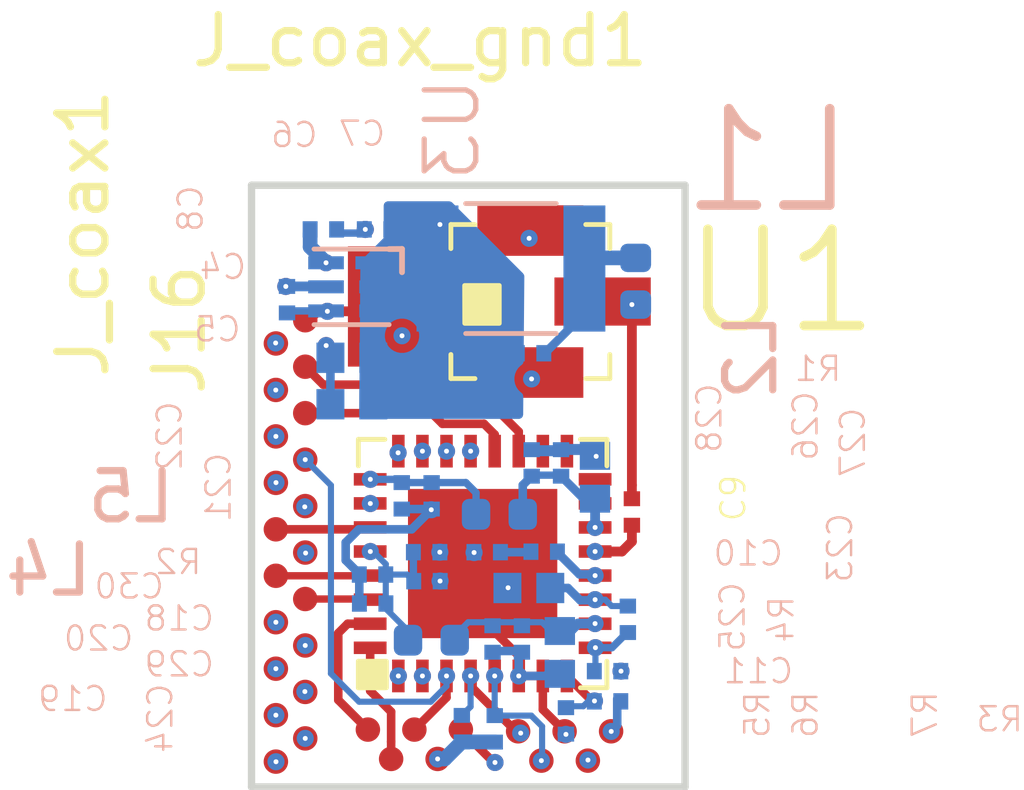
<source format=kicad_pcb>
(kicad_pcb (version 20171130) (host pcbnew "(5.1.0)-1")
  (layers (0 F.Cu jumper) (1 In1.Cu power) (2 In2.Cu signal) (3 In3.Cu signal) (4 In4.Cu power) (31 B.Cu jumper) (34 B.Paste user hide) (35 F.Paste user hide) (36 B.SilkS user) (37 F.SilkS user) (38 B.Mask user hide) (39 F.Mask user hide) (44 Edge.Cuts user))
  (net 0 "")
  (net 1 GND)
  (net 2 +5V)
  (net 3 +3V3)
  (net 4 VDDD)
  (net 5 "Net-(C9-Pad2)")
  (net 6 DOUT_P)
  (net 7 "Net-(C10-Pad1)")
  (net 8 "Net-(C10-Pad2)")
  (net 9 PDB)
  (net 10 VDDPLL)
  (net 11 VDDCML)
  (net 12 CLK_OUT)
  (net 13 FV)
  (net 14 LV)
  (net 15 I2C_SDA)
  (net 16 I2C_SCL)
  (net 17 "Net-(L1-Pad1)")
  (net 18 MODE)
  (net 19 DIN0)
  (net 20 DIN1)
  (net 21 DIN2)
  (net 22 DIN3)
  (net 23 DIN4)
  (net 24 DIN5)
  (net 25 DIN6)
  (net 26 DIN7)
  (net 27 DIN8)
  (net 28 DIN9)
  (net 29 DIN11)
  (net 30 DIN10)
  (module .Capacitor:C_0402_1005Metric_L (layer B.Cu) (at 116.30914 43.50258 180)
    (fp_text reference C4)
    (fp_text value GRM155R60J106ME15D)
    (fp_text user %R (at 2.67766 1.88722 180) (layer B.SilkS) (effects (font (size 0.5 0.5) (thickness 0.05)) (justify mirror)))
    (pad 2 smd rect (at 0.445 0 180) (size 0.58 0.63) (layers B.Cu B.Paste B.Mask) (net 1 GND))
    (pad 1 smd rect (at -0.445 0 180) (size 0.58 0.63) (layers B.Cu B.Paste B.Mask) (net 2 +5V))
  )
  (module .Capacitor:C_0402_1005Metric_L (layer B.Cu) (at 121.35612 45.98466 90)
    (fp_text reference C26)
    (fp_text value GRJ155R60J106ME11D)
    (fp_text user %R (at 1.06668 4.37022 90) (layer B.SilkS) (effects (font (size 0.5 0.5) (thickness 0.05)) (justify mirror)))
    (pad 2 smd rect (at 0.445 0 90) (size 0.58 0.63) (layers B.Cu B.Paste B.Mask) (net 1 GND))
    (pad 1 smd rect (at -0.445 0 90) (size 0.58 0.63) (layers B.Cu B.Paste B.Mask) (net 11 VDDCML))
  )
  (module .Connector:Conn_1x1_100x100_Pad (layer F.Cu) (at 117.47754 42.43578)
    (fp_text reference J_coax_gnd1 (at 0.2488 -5.5178) (layer F.SilkS))
    (fp_text value Conn_01x01)
    (pad 1 smd rect (at 0 0) (size 2.5 2.5) (layers F.Cu F.Paste F.Mask) (net 1 GND))
  )
  (module digikey-footprints:Coax_Conn_U.FL (layer F.Cu) (at 120.015 42.33418 90)
    (fp_text reference J_coax1 (at 1.4162 -9.28866 90) (layer F.SilkS))
    (fp_text value U_FL-R-SMT_10_)
    (fp_line (start 1.6 -1.65) (end 1.1 -1.65) (layer F.SilkS) (width 0.1))
    (fp_line (start 1.6 -1.65) (end 1.6 -1.15) (layer F.SilkS) (width 0.1))
    (fp_line (start -1.6 -1.65) (end -1.1 -1.65) (layer F.SilkS) (width 0.1))
    (fp_line (start -1.6 -1.65) (end -1.6 -1.15) (layer F.SilkS) (width 0.1))
    (fp_line (start -1.6 1.65) (end -1.6 1.15) (layer F.SilkS) (width 0.1))
    (fp_line (start -1.6 1.65) (end -1.1 1.65) (layer F.SilkS) (width 0.1))
    (fp_line (start 1.6 1.65) (end 1.1 1.65) (layer F.SilkS) (width 0.1))
    (fp_line (start 1.6 1.65) (end 1.6 1.15) (layer F.SilkS) (width 0.1))
    (pad 2 smd rect (at 0 1.5 90) (size 1 2) (layers F.Cu F.Paste F.Mask) (net 6 DOUT_P))
    (pad 1 smd rect (at -1.475 0 90) (size 1.05 2.2) (layers F.Cu F.Paste F.Mask) (net 1 GND))
    (pad 1 smd rect (at 1.475 0 90) (size 1.05 2.2) (layers F.Cu F.Paste F.Mask) (net 1 GND))
  )
  (module .Resistor:R_0201_0603Metric_ERJ_L (layer B.Cu) (at 121.61774 50.63998 180)
    (fp_text reference R3)
    (fp_text value ERJ-1GEF1002C)
    (fp_text user %R (at -8.14094 -0.37198 180) (layer B.SilkS) (effects (font (size 0.5 0.5) (thickness 0.05)) (justify mirror)))
    (pad 1 smd rect (at -0.275 0 180) (size 0.31 0.34) (layers B.Cu B.Paste B.Mask) (net 4 VDDD))
    (pad 2 smd rect (at 0.275 0 180) (size 0.31 0.34) (layers B.Cu B.Paste B.Mask) (net 18 MODE))
  )
  (module .Resistor:R_0201_0603Metric_ERJ_L (layer B.Cu) (at 118.5926 51.20708 90)
    (fp_text reference R5)
    (fp_text value ERJ-1GEF3321C)
    (fp_text user %R (at 0.2891 6.13374 90) (layer B.SilkS) (effects (font (size 0.5 0.5) (thickness 0.05)) (justify mirror)))
    (pad 1 smd rect (at -0.275 0 90) (size 0.31 0.34) (layers B.Cu B.Paste B.Mask) (net 3 +3V3))
    (pad 2 smd rect (at 0.275 0 90) (size 0.31 0.34) (layers B.Cu B.Paste B.Mask) (net 16 I2C_SCL))
  )
  (module .Resistor:R_0201_0603Metric_ERJ_L (layer B.Cu) (at 119.27586 51.21148 90)
    (fp_text reference R6)
    (fp_text value ERJ-1GEF3321C)
    (fp_text user %R (at 0.2935 6.45048 90) (layer B.SilkS) (effects (font (size 0.5 0.5) (thickness 0.05)) (justify mirror)))
    (pad 2 smd rect (at 0.275 0 90) (size 0.31 0.34) (layers B.Cu B.Paste B.Mask) (net 15 I2C_SDA))
    (pad 1 smd rect (at -0.275 0 90) (size 0.31 0.34) (layers B.Cu B.Paste B.Mask) (net 3 +3V3))
  )
  (module .Connector:B2B_Flex_05_Dual_Row_38milx24mil_Pad_20mil (layer F.Cu) (at 119.761002 51.26228)
    (fp_text reference J_extra2 hide)
    (fp_text value Conn_01x05)
    (pad 5 smd circle (at 1.930398 0) (size 0.508 0.508) (layers F.Cu F.Paste F.Mask) (net 4 VDDD))
    (pad 4 smd circle (at 1.447798 0.6096) (size 0.508 0.508) (layers F.Cu F.Paste F.Mask) (net 2 +5V))
    (pad 3 smd circle (at 0.965199 0) (size 0.508 0.508) (layers F.Cu F.Paste F.Mask) (net 1 GND))
    (pad 2 smd circle (at 0.482599 0.6096) (size 0.508 0.508) (layers F.Cu F.Paste F.Mask) (net 15 I2C_SDA))
    (pad 1 smd circle (at 0 0) (size 0.508 0.508) (layers F.Cu F.Paste F.Mask) (net 16 I2C_SCL))
  )
  (module .Connector:B2B_Flex_05_Dual_Row_38milx24mil_Pad_20mil (layer F.Cu) (at 116.641882 51.22672)
    (fp_text reference J_extra1 hide)
    (fp_text value Conn_01x05)
    (pad 5 smd circle (at 1.930398 0) (size 0.508 0.508) (layers F.Cu F.Paste F.Mask) (net 1 GND))
    (pad 4 smd circle (at 1.447798 0.6096) (size 0.508 0.508) (layers F.Cu F.Paste F.Mask) (net 3 +3V3))
    (pad 3 smd circle (at 0.965199 0) (size 0.508 0.508) (layers F.Cu F.Paste F.Mask) (net 12 CLK_OUT))
    (pad 2 smd circle (at 0.482599 0.6096) (size 0.508 0.508) (layers F.Cu F.Paste F.Mask) (net 29 DIN11))
    (pad 1 smd circle (at 0 0) (size 0.508 0.508) (layers F.Cu F.Paste F.Mask) (net 30 DIN10))
  )
  (module .Capacitor:C_0201_0603Metric_L (layer B.Cu) (at 114.96294 42.2954 270)
    (fp_text reference C8)
    (fp_text value GRM033R61A105ME15D)
    (fp_text user %R (at -1.89162 2.00406 270) (layer B.SilkS) (effects (font (size 0.5 0.5) (thickness 0.05)) (justify mirror)))
    (pad 2 smd rect (at 0.275 0 270) (size 0.31 0.34) (layers B.Cu B.Paste B.Mask) (net 1 GND))
    (pad 1 smd rect (at -0.275 0 270) (size 0.31 0.34) (layers B.Cu B.Paste B.Mask) (net 4 VDDD))
  )
  (module .Capacitor:C_0402_1005Metric_L (layer B.Cu) (at 116.30914 44.46778 180)
    (fp_text reference C5)
    (fp_text value GRM155R60J106ME15D)
    (fp_text user %R (at 2.79146 1.55702 180) (layer B.SilkS) (effects (font (size 0.5 0.5) (thickness 0.05)) (justify mirror)))
    (pad 1 smd rect (at -0.445 0 180) (size 0.58 0.63) (layers B.Cu B.Paste B.Mask) (net 2 +5V))
    (pad 2 smd rect (at 0.445 0 180) (size 0.58 0.63) (layers B.Cu B.Paste B.Mask) (net 1 GND))
  )
  (module .Capacitor:C_0201_0603Metric_L (layer B.Cu) (at 115.718 40.83558)
    (fp_text reference C6)
    (fp_text value GRM033R61A105ME15D)
    (fp_text user %R (at -0.60266 -1.96342) (layer B.SilkS) (effects (font (size 0.5 0.5) (thickness 0.05)) (justify mirror)))
    (pad 1 smd rect (at -0.275 0) (size 0.31 0.34) (layers B.Cu B.Paste B.Mask) (net 3 +3V3))
    (pad 2 smd rect (at 0.275 0) (size 0.31 0.34) (layers B.Cu B.Paste B.Mask) (net 1 GND))
  )
  (module .Capacitor:C_0201_0603Metric_L (layer B.Cu) (at 116.84254 40.83558 180)
    (fp_text reference C7)
    (fp_text value GRM033R61A105ME15D)
    (fp_text user %R (at 0.32326 1.98882 180) (layer B.SilkS) (effects (font (size 0.5 0.5) (thickness 0.05)) (justify mirror)))
    (pad 1 smd rect (at -0.275 0 180) (size 0.31 0.34) (layers B.Cu B.Paste B.Mask) (net 2 +5V))
    (pad 2 smd rect (at 0.275 0 180) (size 0.31 0.34) (layers B.Cu B.Paste B.Mask) (net 1 GND))
  )
  (module .Capacitor:C_0201_0603Metric_L (layer F.Cu) (at 122.1232 46.7062 270)
    (fp_text reference C9)
    (fp_text value GRM033R61A104ME15D)
    (fp_text user %R (at -0.28822 -2.10314 270) (layer F.SilkS) (effects (font (size 0.5 0.5) (thickness 0.05))))
    (pad 2 smd rect (at 0.275 0 270) (size 0.31 0.34) (layers F.Cu F.Paste F.Mask) (net 5 "Net-(C9-Pad2)"))
    (pad 1 smd rect (at -0.275 0 270) (size 0.31 0.34) (layers F.Cu F.Paste F.Mask) (net 6 DOUT_P))
  )
  (module .Capacitor:C_0201_0603Metric_L (layer B.Cu) (at 120.30202 47.53102)
    (fp_text reference C10)
    (fp_text value GRM033R61C473KE84D)
    (fp_text user %R (at 4.23672 0.03556) (layer B.SilkS) (effects (font (size 0.5 0.5) (thickness 0.05)) (justify mirror)))
    (pad 1 smd rect (at -0.275 0) (size 0.31 0.34) (layers B.Cu B.Paste B.Mask) (net 7 "Net-(C10-Pad1)"))
    (pad 2 smd rect (at 0.275 0) (size 0.31 0.34) (layers B.Cu B.Paste B.Mask) (net 8 "Net-(C10-Pad2)"))
  )
  (module .Capacitor:C_0201_0603Metric_L (layer B.Cu) (at 121.61774 50.0126)
    (fp_text reference C11)
    (fp_text value GRM033R61A105ME15D)
    (fp_text user %R (at 3.13214 0) (layer B.SilkS) (effects (font (size 0.5 0.5) (thickness 0.05)) (justify mirror)))
    (pad 2 smd rect (at 0.275 0) (size 0.31 0.34) (layers B.Cu B.Paste B.Mask) (net 1 GND))
    (pad 1 smd rect (at -0.275 0) (size 0.31 0.34) (layers B.Cu B.Paste B.Mask) (net 9 PDB))
  )
  (module .Capacitor:C_0402_1005Metric_L (layer B.Cu) (at 119.98402 48.2854 180)
    (fp_text reference C18)
    (fp_text value GRM155R60J475ME47D)
    (fp_text user %R (at 7.25768 -0.63258 180) (layer B.SilkS) (effects (font (size 0.5 0.5) (thickness 0.05)) (justify mirror)))
    (pad 1 smd rect (at -0.445 0 180) (size 0.58 0.63) (layers B.Cu B.Paste B.Mask) (net 4 VDDD))
    (pad 2 smd rect (at 0.445 0 180) (size 0.58 0.63) (layers B.Cu B.Paste B.Mask) (net 1 GND))
  )
  (module .Capacitor:C_0201_0603Metric_L (layer B.Cu) (at 117.8687 48.14316)
    (fp_text reference C19)
    (fp_text value GRM033R61A104ME15D)
    (fp_text user %R (at -7.35076 2.44602) (layer B.SilkS) (effects (font (size 0.5 0.5) (thickness 0.05)) (justify mirror)))
    (pad 2 smd rect (at 0.275 0) (size 0.31 0.34) (layers B.Cu B.Paste B.Mask) (net 1 GND))
    (pad 1 smd rect (at -0.275 0) (size 0.31 0.34) (layers B.Cu B.Paste B.Mask) (net 4 VDDD))
  )
  (module .Capacitor:C_0201_0603Metric_L (layer B.Cu) (at 117.86176 47.54118)
    (fp_text reference C20)
    (fp_text value GRM033R71A103KA01D)
    (fp_text user %R (at -6.81042 1.79324) (layer B.SilkS) (effects (font (size 0.5 0.5) (thickness 0.05)) (justify mirror)))
    (pad 1 smd rect (at -0.275 0) (size 0.31 0.34) (layers B.Cu B.Paste B.Mask) (net 4 VDDD))
    (pad 2 smd rect (at 0.275 0) (size 0.31 0.34) (layers B.Cu B.Paste B.Mask) (net 1 GND))
  )
  (module .Capacitor:C_0201_0603Metric_L (layer B.Cu) (at 117.96522 46.37024 270)
    (fp_text reference C21)
    (fp_text value GRM033R61A104ME15D)
    (fp_text user %R (at -0.17526 4.42468 270) (layer B.SilkS) (effects (font (size 0.5 0.5) (thickness 0.05)) (justify mirror)))
    (pad 2 smd rect (at 0.275 0 270) (size 0.31 0.34) (layers B.Cu B.Paste B.Mask) (net 1 GND))
    (pad 1 smd rect (at -0.275 0 270) (size 0.31 0.34) (layers B.Cu B.Paste B.Mask) (net 4 VDDD))
  )
  (module .Capacitor:C_0201_0603Metric_L (layer B.Cu) (at 117.34546 46.37024 270)
    (fp_text reference C22)
    (fp_text value GRM033R71A103KA01D)
    (fp_text user %R (at -1.24206 4.82092 270) (layer B.SilkS) (effects (font (size 0.5 0.5) (thickness 0.05)) (justify mirror)))
    (pad 1 smd rect (at -0.275 0 270) (size 0.31 0.34) (layers B.Cu B.Paste B.Mask) (net 4 VDDD))
    (pad 2 smd rect (at 0.275 0 270) (size 0.31 0.34) (layers B.Cu B.Paste B.Mask) (net 1 GND))
  )
  (module .Capacitor:C_0402_1005Metric_L (layer B.Cu) (at 120.62714 49.62398 270)
    (fp_text reference C23)
    (fp_text value GRM155R60J475ME47D)
    (fp_text user %R (at -2.17502 -5.81764 270) (layer B.SilkS) (effects (font (size 0.5 0.5) (thickness 0.05)) (justify mirror)))
    (pad 1 smd rect (at -0.445 0 270) (size 0.58 0.63) (layers B.Cu B.Paste B.Mask) (net 10 VDDPLL))
    (pad 2 smd rect (at 0.445 0 270) (size 0.58 0.63) (layers B.Cu B.Paste B.Mask) (net 1 GND))
  )
  (module .Capacitor:C_0201_0603Metric_L (layer B.Cu) (at 119.23014 49.34458 270)
    (fp_text reference C24)
    (fp_text value GRM033R61A104ME15D)
    (fp_text user %R (at 1.64638 6.89966 270) (layer B.SilkS) (effects (font (size 0.5 0.5) (thickness 0.05)) (justify mirror)))
    (pad 2 smd rect (at 0.275 0 270) (size 0.31 0.34) (layers B.Cu B.Paste B.Mask) (net 1 GND))
    (pad 1 smd rect (at -0.275 0 270) (size 0.31 0.34) (layers B.Cu B.Paste B.Mask) (net 10 VDDPLL))
  )
  (module .Capacitor:C_0201_0603Metric_L (layer B.Cu) (at 119.83974 49.34458 270)
    (fp_text reference C25)
    (fp_text value GRM033R71A103KA01D)
    (fp_text user %R (at -0.46042 -4.37134 270) (layer B.SilkS) (effects (font (size 0.5 0.5) (thickness 0.05)) (justify mirror)))
    (pad 1 smd rect (at -0.275 0 270) (size 0.31 0.34) (layers B.Cu B.Paste B.Mask) (net 10 VDDPLL))
    (pad 2 smd rect (at 0.275 0 270) (size 0.31 0.34) (layers B.Cu B.Paste B.Mask) (net 1 GND))
  )
  (module .Capacitor:C_0201_0603Metric_L (layer B.Cu) (at 120.04294 45.68698 90)
    (fp_text reference C27)
    (fp_text value GRM033R61A104ME15D)
    (fp_text user %R (at 0.42716 6.66562 90) (layer B.SilkS) (effects (font (size 0.5 0.5) (thickness 0.05)) (justify mirror)))
    (pad 2 smd rect (at 0.275 0 90) (size 0.31 0.34) (layers B.Cu B.Paste B.Mask) (net 1 GND))
    (pad 1 smd rect (at -0.275 0 90) (size 0.31 0.34) (layers B.Cu B.Paste B.Mask) (net 11 VDDCML))
  )
  (module .Capacitor:C_0201_0603Metric_L (layer B.Cu) (at 120.65254 45.68698 90)
    (fp_text reference C28)
    (fp_text value GRM033R71A103KA01D)
    (fp_text user %R (at 0.93224 3.07634 90) (layer B.SilkS) (effects (font (size 0.5 0.5) (thickness 0.05)) (justify mirror)))
    (pad 1 smd rect (at -0.275 0 90) (size 0.31 0.34) (layers B.Cu B.Paste B.Mask) (net 11 VDDCML))
    (pad 2 smd rect (at 0.275 0 90) (size 0.31 0.34) (layers B.Cu B.Paste B.Mask) (net 1 GND))
  )
  (module .Capacitor:C_0201_0603Metric_L (layer B.Cu) (at 116.74094 48.60798 180)
    (fp_text reference C29)
    (fp_text value GRM033R61A104ME15D)
    (fp_text user %R (at 4.01506 -1.26238 180) (layer B.SilkS) (effects (font (size 0.5 0.5) (thickness 0.05)) (justify mirror)))
    (pad 2 smd rect (at 0.275 0 180) (size 0.31 0.34) (layers B.Cu B.Paste B.Mask) (net 1 GND))
    (pad 1 smd rect (at -0.275 0 180) (size 0.31 0.34) (layers B.Cu B.Paste B.Mask) (net 4 VDDD))
  )
  (module .Capacitor:C_0201_0603Metric_L (layer B.Cu) (at 116.7384 48.006 180)
    (fp_text reference C30)
    (fp_text value GRM033R71A103KA01D)
    (fp_text user %R (at 5.05206 -0.24638 180) (layer B.SilkS) (effects (font (size 0.5 0.5) (thickness 0.05)) (justify mirror)))
    (pad 1 smd rect (at -0.275 0 180) (size 0.31 0.34) (layers B.Cu B.Paste B.Mask) (net 4 VDDD))
    (pad 2 smd rect (at 0.275 0 180) (size 0.31 0.34) (layers B.Cu B.Paste B.Mask) (net 1 GND))
  )
  (module .Connector:B2B_Flex_20_Dual_Row_38milx24mil_Pad_20mil (layer F.Cu) (at 115.3414 42.722804 270)
    (fp_text reference J16 (at 0.195176 2.61506 270) (layer F.SilkS))
    (fp_text value Conn_01x20_Female)
    (pad 1 smd circle (at 0 0 270) (size 0.508 0.508) (layers F.Cu F.Paste F.Mask) (net 1 GND))
    (pad 2 smd circle (at 0.482599 0.6096 270) (size 0.508 0.508) (layers F.Cu F.Paste F.Mask) (net 4 VDDD))
    (pad 3 smd circle (at 0.965199 0 270) (size 0.508 0.508) (layers F.Cu F.Paste F.Mask) (net 19 DIN0))
    (pad 4 smd circle (at 1.447798 0.6096 270) (size 0.508 0.508) (layers F.Cu F.Paste F.Mask) (net 21 DIN2))
    (pad 5 smd circle (at 1.930398 0 270) (size 0.508 0.508) (layers F.Cu F.Paste F.Mask) (net 20 DIN1))
    (pad 6 smd circle (at 2.412997 0.6096 270) (size 0.508 0.508) (layers F.Cu F.Paste F.Mask) (net 22 DIN3))
    (pad 7 smd circle (at 2.895597 0 270) (size 0.508 0.508) (layers F.Cu F.Paste F.Mask) (net 12 CLK_OUT))
    (pad 8 smd circle (at 3.378196 0.6096 270) (size 0.508 0.508) (layers F.Cu F.Paste F.Mask) (net 23 DIN4))
    (pad 9 smd circle (at 3.860796 0 270) (size 0.508 0.508) (layers F.Cu F.Paste F.Mask) (net 24 DIN5))
    (pad 10 smd circle (at 4.343395 0.6096 270) (size 0.508 0.508) (layers F.Cu F.Paste F.Mask) (net 26 DIN7))
    (pad 11 smd circle (at 4.825995 0 270) (size 0.508 0.508) (layers F.Cu F.Paste F.Mask) (net 25 DIN6))
    (pad 12 smd circle (at 5.308594 0.6096 270) (size 0.508 0.508) (layers F.Cu F.Paste F.Mask) (net 27 DIN8))
    (pad 13 smd circle (at 5.791194 0 270) (size 0.508 0.508) (layers F.Cu F.Paste F.Mask) (net 28 DIN9))
    (pad 14 smd circle (at 6.273793 0.6096 270) (size 0.508 0.508) (layers F.Cu F.Paste F.Mask) (net 13 FV))
    (pad 15 smd circle (at 6.756393 0 270) (size 0.508 0.508) (layers F.Cu F.Paste F.Mask) (net 14 LV))
    (pad 16 smd circle (at 7.238992 0.6096 270) (size 0.508 0.508) (layers F.Cu F.Paste F.Mask) (net 15 I2C_SDA))
    (pad 17 smd circle (at 7.721592 0 270) (size 0.508 0.508) (layers F.Cu F.Paste F.Mask) (net 16 I2C_SCL))
    (pad 18 smd circle (at 8.204191 0.6096 270) (size 0.508 0.508) (layers F.Cu F.Paste F.Mask) (net 2 +5V))
    (pad 19 smd circle (at 8.686791 0 270) (size 0.508 0.508) (layers F.Cu F.Paste F.Mask) (net 3 +3V3))
    (pad 20 smd circle (at 9.16939 0.6096 270) (size 0.508 0.508) (layers F.Cu F.Paste F.Mask) (net 1 GND))
  )
  (module .Inductor:L_1210_3225Metric_L (layer B.Cu) (at 119.61214 41.64838 180)
    (fp_text reference L1)
    (fp_text value ADL3225V-470MT-TL000)
    (fp_text user %R (at -5.333 2.2352 180) (layer B.SilkS) (effects (font (size 2 2) (thickness 0.2)) (justify mirror)))
    (fp_line (start -0.94 1.35) (end 0.94 1.35) (layer B.SilkS) (width 0.1))
    (fp_line (start -0.94 -1.35) (end 0.94 -1.35) (layer B.SilkS) (width 0.1))
    (pad 1 smd rect (at -1.525 0 180) (size 0.87 2.62) (layers B.Cu B.Paste B.Mask) (net 17 "Net-(L1-Pad1)"))
    (pad 2 smd rect (at 1.525 0 180) (size 0.87 2.62) (layers B.Cu B.Paste B.Mask) (net 2 +5V))
  )
  (module Inductor_SMD:L_0402_1005Metric (layer B.Cu) (at 122.20194 41.9124 90)
    (fp_text reference L2 (at -1.56478 2.39014 90) (layer B.SilkS) (effects (justify mirror)))
    (fp_text value BLM15HD102SN1D)
    (pad 1 smd roundrect (at -0.485 0 90) (size 0.59 0.64) (layers B.Cu B.Paste B.Mask) (net 6 DOUT_P))
    (pad 2 smd roundrect (at 0.485 0 90) (size 0.59 0.64) (layers B.Cu B.Paste B.Mask) (net 17 "Net-(L1-Pad1)"))
  )
  (module Inductor_SMD:L_0402_1005Metric (layer B.Cu) (at 117.96014 49.36998 180)
    (fp_text reference L4 (at 7.95006 1.45542 180) (layer B.SilkS) (effects (justify mirror)))
    (fp_text value BLM15HD102SN1D)
    (pad 2 smd roundrect (at 0.485 0 180) (size 0.59 0.64) (layers B.Cu B.Paste B.Mask) (net 4 VDDD))
    (pad 1 smd roundrect (at -0.485 0 180) (size 0.59 0.64) (layers B.Cu B.Paste B.Mask) (net 10 VDDPLL))
  )
  (module Inductor_SMD:L_0402_1005Metric (layer B.Cu) (at 119.37238 46.75378 180)
    (fp_text reference L5 (at 7.64604 0.3612 180) (layer B.SilkS) (effects (justify mirror)))
    (fp_text value BLM15HD102SN1D)
    (pad 1 smd roundrect (at -0.485 0 180) (size 0.59 0.64) (layers B.Cu B.Paste B.Mask) (net 11 VDDCML))
    (pad 2 smd roundrect (at 0.485 0 180) (size 0.59 0.64) (layers B.Cu B.Paste B.Mask) (net 4 VDDD))
  )
  (module .Resistor:R_0201_0603Metric_ERJ_L (layer B.Cu) (at 120.0194 43.4086)
    (fp_text reference R1)
    (fp_text value MMBT3904LP-7B)
    (fp_text user %R (at 5.96714 0.32258) (layer B.SilkS) (effects (font (size 0.5 0.5) (thickness 0.05)) (justify mirror)))
    (pad 1 smd rect (at -0.275 0) (size 0.31 0.34) (layers B.Cu B.Paste B.Mask) (net 2 +5V))
    (pad 2 smd rect (at 0.275 0) (size 0.31 0.34) (layers B.Cu B.Paste B.Mask) (net 17 "Net-(L1-Pad1)"))
  )
  (module .Resistor:R_0201_0603Metric_ERJ_L (layer B.Cu) (at 119.11838 47.54118)
    (fp_text reference R2)
    (fp_text value ERJ-1GEF49R9C)
    (fp_text user %R (at -6.41604 0.2032) (layer B.SilkS) (effects (font (size 0.5 0.5) (thickness 0.05)) (justify mirror)))
    (pad 2 smd rect (at 0.275 0) (size 0.31 0.34) (layers B.Cu B.Paste B.Mask) (net 7 "Net-(C10-Pad1)"))
    (pad 1 smd rect (at -0.275 0) (size 0.31 0.34) (layers B.Cu B.Paste B.Mask) (net 1 GND))
  )
  (module .Resistor:R_0201_0603Metric_ERJ_L (layer B.Cu) (at 122.03938 48.93564 270)
    (fp_text reference R4)
    (fp_text value ERJ-1GEF1002C)
    (fp_text user %R (at 0 -3.18696 270) (layer B.SilkS) (effects (font (size 0.5 0.5) (thickness 0.05)) (justify mirror)))
    (pad 2 smd rect (at 0.275 0 270) (size 0.31 0.34) (layers B.Cu B.Paste B.Mask) (net 9 PDB))
    (pad 1 smd rect (at -0.275 0 270) (size 0.31 0.34) (layers B.Cu B.Paste B.Mask) (net 4 VDDD))
  )
  (module .Resistor:R_0201_0603Metric_ERJ_L (layer B.Cu) (at 120.75414 51.04638 270)
    (fp_text reference R7)
    (fp_text value ERJ-1GEF1003C)
    (fp_text user %R (at -0.13162 -7.44934 270) (layer B.SilkS) (effects (font (size 0.5 0.5) (thickness 0.05)) (justify mirror)))
    (pad 1 smd rect (at -0.275 0 270) (size 0.31 0.34) (layers B.Cu B.Paste B.Mask) (net 18 MODE))
    (pad 2 smd rect (at 0.275 0 270) (size 0.31 0.34) (layers B.Cu B.Paste B.Mask) (net 1 GND))
  )
  (module .Package_QFN:QFN_33_P50_500X500X80L40X24T310L (layer F.Cu) (at 119.0244 47.7774)
    (fp_text reference U1)
    (fp_text value DS90UB933-Q1)
    (fp_text user %R (at 6.20194 -5.85942) (layer F.SilkS) (effects (font (size 2 2) (thickness 0.2))))
    (fp_line (start -2.03 2.58) (end -2.58 2.58) (layer F.SilkS) (width 0.1))
    (fp_line (start -2.58 2.58) (end -2.58 2.03) (layer F.SilkS) (width 0.1))
    (fp_line (start 2.03 2.58) (end 2.58 2.58) (layer F.SilkS) (width 0.1))
    (fp_line (start 2.58 2.58) (end 2.58 2.03) (layer F.SilkS) (width 0.1))
    (fp_line (start 2.03 -2.58) (end 2.58 -2.58) (layer F.SilkS) (width 0.1))
    (fp_line (start 2.58 -2.58) (end 2.58 -2.03) (layer F.SilkS) (width 0.1))
    (fp_line (start -2.03 -2.58) (end -2.58 -2.58) (layer F.SilkS) (width 0.1))
    (fp_line (start -2.58 -2.58) (end -2.58 -2.03) (layer F.SilkS) (width 0.1))
    (pad 1 smd rect (at -1.75 2.335 90) (size 0.68 0.26) (layers F.Cu F.Paste F.Mask) (net 14 LV))
    (pad 2 smd rect (at -1.25 2.335 90) (size 0.68 0.26) (layers F.Cu F.Paste F.Mask) (net 13 FV))
    (pad 3 smd rect (at -0.75 2.335 90) (size 0.68 0.26) (layers F.Cu F.Paste F.Mask) (net 12 CLK_OUT))
    (pad 4 smd rect (at -0.25 2.335 90) (size 0.68 0.26) (layers F.Cu F.Paste F.Mask) (net 16 I2C_SCL))
    (pad 5 smd rect (at 0.25 2.335 90) (size 0.68 0.26) (layers F.Cu F.Paste F.Mask) (net 15 I2C_SDA))
    (pad 6 smd rect (at 0.75 2.335 90) (size 0.68 0.26) (layers F.Cu F.Paste F.Mask) (net 1 GND))
    (pad 7 smd rect (at 1.25 2.335 90) (size 0.68 0.26) (layers F.Cu F.Paste F.Mask) (net 1 GND))
    (pad 8 smd rect (at 1.75 2.335 90) (size 0.68 0.26) (layers F.Cu F.Paste F.Mask) (net 18 MODE))
    (pad 9 smd rect (at 2.335 1.75) (size 0.68 0.26) (layers F.Cu F.Paste F.Mask) (net 9 PDB))
    (pad 10 smd rect (at 2.335 1.25) (size 0.68 0.26) (layers F.Cu F.Paste F.Mask) (net 10 VDDPLL))
    (pad 11 smd rect (at 2.335 0.75) (size 0.68 0.26) (layers F.Cu F.Paste F.Mask) (net 4 VDDD))
    (pad 12 smd rect (at 2.335 0.25) (size 0.68 0.26) (layers F.Cu F.Paste F.Mask) (net 8 "Net-(C10-Pad2)"))
    (pad 13 smd rect (at 2.335 -0.25) (size 0.68 0.26) (layers F.Cu F.Paste F.Mask) (net 5 "Net-(C9-Pad2)"))
    (pad 14 smd rect (at 2.335 -0.75) (size 0.68 0.26) (layers F.Cu F.Paste F.Mask) (net 11 VDDCML))
    (pad 15 smd rect (at 2.335 -1.25) (size 0.68 0.26) (layers F.Cu F.Paste F.Mask))
    (pad 16 smd rect (at 2.335 -1.75) (size 0.68 0.26) (layers F.Cu F.Paste F.Mask))
    (pad 17 smd rect (at 1.75 -2.335 90) (size 0.68 0.26) (layers F.Cu F.Paste F.Mask))
    (pad 18 smd rect (at 1.25 -2.335 90) (size 0.68 0.26) (layers F.Cu F.Paste F.Mask))
    (pad 19 smd rect (at 0.75 -2.335 90) (size 0.68 0.26) (layers F.Cu F.Paste F.Mask) (net 19 DIN0))
    (pad 20 smd rect (at 0.25 -2.335 90) (size 0.68 0.26) (layers F.Cu F.Paste F.Mask) (net 20 DIN1))
    (pad 21 smd rect (at -0.25 -2.335 90) (size 0.68 0.26) (layers F.Cu F.Paste F.Mask) (net 21 DIN2))
    (pad 22 smd rect (at -0.75 -2.335 90) (size 0.68 0.26) (layers F.Cu F.Paste F.Mask) (net 22 DIN3))
    (pad 23 smd rect (at -1.25 -2.335 90) (size 0.68 0.26) (layers F.Cu F.Paste F.Mask) (net 23 DIN4))
    (pad 24 smd rect (at -1.75 -2.335 90) (size 0.68 0.26) (layers F.Cu F.Paste F.Mask) (net 24 DIN5))
    (pad 25 smd rect (at -2.335 -1.75) (size 0.68 0.26) (layers F.Cu F.Paste F.Mask) (net 4 VDDD))
    (pad 26 smd rect (at -2.335 -1.25) (size 0.68 0.26) (layers F.Cu F.Paste F.Mask) (net 25 DIN6))
    (pad 27 smd rect (at -2.335 -0.75) (size 0.68 0.26) (layers F.Cu F.Paste F.Mask) (net 26 DIN7))
    (pad 28 smd rect (at -2.335 -0.25) (size 0.68 0.26) (layers F.Cu F.Paste F.Mask) (net 4 VDDD))
    (pad 29 smd rect (at -2.335 0.25) (size 0.68 0.26) (layers F.Cu F.Paste F.Mask) (net 27 DIN8))
    (pad 30 smd rect (at -2.335 0.75) (size 0.68 0.26) (layers F.Cu F.Paste F.Mask) (net 28 DIN9))
    (pad 31 smd rect (at -2.335 1.25) (size 0.68 0.26) (layers F.Cu F.Paste F.Mask) (net 30 DIN10))
    (pad 32 smd rect (at -2.335 1.75) (size 0.68 0.26) (layers F.Cu F.Paste F.Mask) (net 29 DIN11))
    (pad 33 smd rect (at 0 0) (size 3.1 3.1) (layers F.Cu F.Paste F.Mask) (net 1 GND))
  )
  (module .Package_SON:SON_6_P50_150X150X80L50X25L (layer B.Cu) (at 116.3032 42.029 270)
    (fp_text reference U3)
    (fp_text value TLV7103318DSER)
    (fp_text user %R (at -3.27622 -2.08874 270) (layer B.SilkS) (effects (font (size 1.07 1.07) (thickness 0.11)) (justify mirror)))
    (fp_line (start -0.785 -0.78) (end -0.785 0.78) (layer B.SilkS) (width 0.1))
    (fp_line (start 0.785 -0.78) (end 0.785 0.78) (layer B.SilkS) (width 0.1))
    (pad 1 smd rect (at -0.5 -0.49 180) (size 0.82 0.27) (layers B.Cu B.Paste B.Mask) (net 2 +5V))
    (pad 2 smd rect (at 0 -0.53 180) (size 0.74 0.27) (layers B.Cu B.Paste B.Mask) (net 2 +5V))
    (pad 3 smd rect (at 0.5 -0.53 180) (size 0.74 0.27) (layers B.Cu B.Paste B.Mask) (net 2 +5V))
    (pad 4 smd rect (at 0.5 0.53 180) (size 0.74 0.27) (layers B.Cu B.Paste B.Mask) (net 1 GND))
    (pad 5 smd rect (at 0 0.53 180) (size 0.74 0.27) (layers B.Cu B.Paste B.Mask) (net 4 VDDD))
    (pad 6 smd rect (at -0.5 0.53 180) (size 0.74 0.27) (layers B.Cu B.Paste B.Mask) (net 3 +3V3))
  )
  (gr_line (start 117.35054 41.24198) (end 117.35054 41.72458) (layer B.SilkS) (width 0.12))
  (gr_line (start 117.0832 41.244) (end 117.35054 41.24198) (layer B.SilkS) (width 0.12))
  (gr_poly (pts (xy 116.4444 50.3574) (xy 116.4444 49.8074) (xy 117.02634 49.8074) (xy 117.02634 50.3574)) (layer F.SilkS) (width 0.1))
  (gr_line (start 114.22634 39.91798) (end 114.22634 52.41798) (layer Edge.Cuts) (width 0.1524))
  (gr_line (start 123.22634 39.91798) (end 114.22634 39.91798) (layer Edge.Cuts) (width 0.1524))
  (gr_line (start 123.22634 52.41798) (end 123.22634 39.91798) (layer Edge.Cuts) (width 0.1524))
  (gr_line (start 114.22634 52.41798) (end 123.22634 52.41798) (layer Edge.Cuts) (width 0.1524))
  (gr_poly (pts (xy 118.65102 42.00144) (xy 119.36984 42.00144) (xy 119.36984 42.7863) (xy 118.65356 42.7863)) (layer F.SilkS) (width 0.1))
  (via (at 121.21134 51.85918) (size 0.3556) (drill 0.1016) (layers F.Cu B.Cu) (net 2))
  (via (at 118.13794 40.73398) (size 0.3556) (drill 0.1016) (layers F.Cu B.Cu) (net 2))
  (via (at 115.80114 42.53738) (size 0.3556) (drill 0.1016) (layers F.Cu B.Cu) (net 1))
  (via (at 116.58854 40.83558) (size 0.3556) (drill 0.1016) (layers F.Cu B.Cu) (net 1))
  (via (at 118.1354 47.54118) (size 0.3556) (drill 0.1016) (layers F.Cu B.Cu) (net 1))
  (via (at 118.8466 47.5488) (size 0.3556) (drill 0.1016) (layers F.Cu B.Cu) (net 1))
  (via (at 119.9896 41.021) (size 0.3556) (drill 0.1016) (layers F.Cu B.Cu) (net 1))
  (via (at 120.0404 43.942) (size 0.3556) (drill 0.1016) (layers F.Cu B.Cu) (net 1))
  (via (at 117.9576 46.6598) (size 0.3556) (drill 0.1016) (layers F.Cu B.Cu) (net 1))
  (via (at 121.38152 45.54982) (size 0.3556) (drill 0.1016) (layers F.Cu B.Cu) (net 1))
  (via (at 118.14048 48.14062) (size 0.3556) (drill 0.1016) (layers F.Cu B.Cu) (net 1))
  (via (at 119.55272 48.28032) (size 0.3556) (drill 0.1016) (layers F.Cu B.Cu) (net 1))
  (via (at 114.73434 51.89474) (size 0.3556) (drill 0.1016) (layers F.Cu B.Cu) (net 1))
  (segment (start 119.0244 48.8954) (end 119.0244 47.7774) (width 0.1778) (layer F.Cu) (net 1))
  (segment (start 119.7744 50.1124) (end 120.2744 50.1124) (width 0.1778) (layer F.Cu) (net 1))
  (segment (start 119.0244 48.9462) (end 119.0244 47.7774) (width 0.1778) (layer F.Cu) (net 1))
  (segment (start 119.7744 49.6962) (end 119.0244 48.9462) (width 0.1778) (layer F.Cu) (net 1))
  (segment (start 119.7744 50.1124) (end 119.7744 49.6962) (width 0.1778) (layer F.Cu) (net 1))
  (segment (start 119.7744 50.1124) (end 119.7744 49.7452) (width 0.1778) (layer F.Cu) (net 1))
  (segment (start 118.80782 47.57674) (end 118.84338 47.54118) (width 0.1778) (layer B.Cu) (net 1))
  (segment (start 118.13676 48.13622) (end 118.1437 48.14316) (width 0.1778) (layer B.Cu) (net 1))
  (segment (start 120.06072 45.43298) (end 120.64492 45.43298) (width 0.2286) (layer B.Cu) (net 1))
  (segment (start 121.32056 45.57522) (end 121.35612 45.53966) (width 0.0762) (layer B.Cu) (net 1))
  (segment (start 120.65254 45.40758) (end 121.3231 45.40758) (width 0.2286) (layer B.Cu) (net 1))
  (segment (start 118.84338 47.54118) (end 118.84338 47.50884) (width 0.1778) (layer B.Cu) (net 1))
  (segment (start 117.96522 46.64524) (end 117.97352 46.64524) (width 0.1778) (layer B.Cu) (net 1))
  (segment (start 119.0244 47.69612) (end 118.30304 46.97476) (width 0.1778) (layer F.Cu) (net 1))
  (segment (start 119.0244 47.7774) (end 119.0244 47.69612) (width 0.1778) (layer F.Cu) (net 1))
  (segment (start 118.78056 47.7774) (end 117.9068 48.65116) (width 0.1778) (layer F.Cu) (net 1))
  (segment (start 119.0244 47.7774) (end 118.78056 47.7774) (width 0.1778) (layer F.Cu) (net 1))
  (segment (start 117.34546 46.64524) (end 117.96522 46.64524) (width 0.1778) (layer B.Cu) (net 1))
  (segment (start 117.487696 42.722804) (end 117.56136 42.64914) (width 0.127) (layer F.Cu) (net 1))
  (via (at 119.7744 50.1124) (size 0.3556) (drill 0.1016) (layers F.Cu B.Cu) (net 1))
  (segment (start 119.7744 50.1124) (end 119.7744 49.6108) (width 0.1778) (layer B.Cu) (net 1))
  (segment (start 120.3343 50.1124) (end 120.4087 50.038) (width 0.1778) (layer B.Cu) (net 1))
  (segment (start 119.7744 50.1124) (end 120.3343 50.1124) (width 0.1778) (layer B.Cu) (net 1))
  (segment (start 118.1437 48.15816) (end 118.1437 48.14316) (width 0.1778) (layer B.Cu) (net 1))
  (segment (start 118.14048 48.14638) (end 118.1437 48.14316) (width 0.1778) (layer B.Cu) (net 1))
  (via (at 121.89714 50.0126) (size 0.3556) (drill 0.1016) (layers F.Cu B.Cu) (net 1))
  (segment (start 119.9896 43.92856) (end 120.015 43.95396) (width 0.127) (layer F.Cu) (net 1))
  (segment (start 120.2744 50.1124) (end 120.2744 50.810479) (width 0.1778) (layer F.Cu) (net 1))
  (segment (start 120.2744 50.810479) (end 120.72112 51.2572) (width 0.1778) (layer F.Cu) (net 1))
  (segment (start 120.777 51.3246) (end 120.762 51.3246) (width 0.1778) (layer B.Cu) (net 1))
  (via (at 117.35054 43.04538) (size 0.3556) (drill 0.1016) (layers F.Cu B.Cu) (net 1))
  (segment (start 116.4634 48.535) (end 116.4678 48.5394) (width 0.1778) (layer B.Cu) (net 1))
  (segment (start 116.4634 48.006) (end 116.4634 48.535) (width 0.1778) (layer B.Cu) (net 1))
  (segment (start 116.00062 40.91178) (end 115.993 40.9194) (width 0.1524) (layer B.Cu) (net 1))
  (segment (start 116.56314 40.91178) (end 116.00062 40.91178) (width 0.1524) (layer B.Cu) (net 1))
  (segment (start 115.0272 42.529) (end 114.9858 42.5704) (width 0.1524) (layer B.Cu) (net 1))
  (segment (start 115.7732 42.529) (end 115.0272 42.529) (width 0.1524) (layer B.Cu) (net 1))
  (segment (start 115.59794 42.53738) (end 115.80114 42.53738) (width 0.2032) (layer F.Cu) (net 1))
  (segment (start 115.3414 42.722804) (end 115.412516 42.722804) (width 0.1524) (layer F.Cu) (net 1))
  (segment (start 115.412516 42.722804) (end 115.59794 42.53738) (width 0.2032) (layer F.Cu) (net 1))
  (segment (start 117.37594 42.53738) (end 117.47754 42.43578) (width 0.1524) (layer F.Cu) (net 1))
  (segment (start 115.80114 42.53738) (end 117.37594 42.53738) (width 0.2032) (layer F.Cu) (net 1))
  (segment (start 120.72112 51.2572) (end 120.726201 51.26228) (width 0.1778) (layer F.Cu) (net 1))
  (via (at 120.75414 51.32578) (size 0.3556) (drill 0.1016) (layers F.Cu B.Cu) (net 1))
  (via (at 119.28094 51.90998) (size 0.3556) (drill 0.1016) (layers F.Cu B.Cu) (net 1))
  (segment (start 118.57228 51.22672) (end 119.25554 51.90998) (width 0.1778) (layer F.Cu) (net 1))
  (segment (start 119.25554 51.90998) (end 119.28094 51.90998) (width 0.1778) (layer F.Cu) (net 1))
  (segment (start 116.4634 47.991) (end 116.4634 48.006) (width 0.1778) (layer B.Cu) (net 1))
  (segment (start 116.1814 47.709) (end 116.4634 47.991) (width 0.1778) (layer B.Cu) (net 1))
  (segment (start 116.1814 47.33872) (end 116.1814 47.709) (width 0.1778) (layer B.Cu) (net 1))
  (segment (start 116.45392 47.0662) (end 116.1814 47.33872) (width 0.1778) (layer B.Cu) (net 1))
  (segment (start 117.9576 46.6598) (end 117.5512 47.0662) (width 0.1778) (layer B.Cu) (net 1))
  (segment (start 117.5512 47.0662) (end 116.45392 47.0662) (width 0.1778) (layer B.Cu) (net 1))
  (segment (start 119.25554 49.59418) (end 119.23014 49.56878) (width 0.1778) (layer B.Cu) (net 1))
  (segment (start 119.81434 49.59418) (end 119.25554 49.59418) (width 0.1778) (layer B.Cu) (net 1))
  (via (at 115.775736 43.24858) (size 0.3556) (drill 0.1016) (layers F.Cu B.Cu) (net 1))
  (segment (start 115.86414 43.336984) (end 115.775736 43.24858) (width 0.1778) (layer B.Cu) (net 1))
  (segment (start 115.86414 44.46778) (end 115.86414 43.336984) (width 0.1778) (layer B.Cu) (net 1))
  (via (at 114.7318 50.926995) (size 0.3556) (drill 0.1016) (layers F.Cu B.Cu) (net 2))
  (segment (start 115.443 41.1988) (end 115.7732 41.529) (width 0.3048) (layer B.Cu) (net 3))
  (segment (start 115.443 40.9194) (end 115.443 41.1988) (width 0.3048) (layer B.Cu) (net 3))
  (via (at 115.3414 51.409595) (size 0.3556) (drill 0.1016) (layers F.Cu B.Cu) (net 3))
  (via (at 118.08968 51.83632) (size 0.3556) (drill 0.1016) (layers F.Cu B.Cu) (net 3))
  (segment (start 118.23836 51.83632) (end 118.5926 51.48208) (width 0.3048) (layer B.Cu) (net 3))
  (segment (start 118.08968 51.83632) (end 118.23836 51.83632) (width 0.3048) (layer B.Cu) (net 3))
  (segment (start 119.27146 51.48208) (end 119.27586 51.48648) (width 0.3048) (layer B.Cu) (net 3))
  (segment (start 118.5926 51.48208) (end 119.27146 51.48208) (width 0.3048) (layer B.Cu) (net 3))
  (via (at 115.7732 41.529) (size 0.3556) (drill 0.1016) (layers F.Cu B.Cu) (net 3))
  (segment (start 116.95938 48.54516) (end 116.96192 48.5477) (width 0.0762) (layer B.Cu) (net 4))
  (via (at 121.69394 51.26482) (size 0.3556) (drill 0.1016) (layers F.Cu B.Cu) (net 4))
  (segment (start 117.34546 46.09524) (end 117.96522 46.09524) (width 0.1524) (layer B.Cu) (net 4))
  (segment (start 117.96522 46.09524) (end 118.67574 46.09524) (width 0.1524) (layer B.Cu) (net 4))
  (segment (start 118.88738 46.30688) (end 118.88738 46.77918) (width 0.1524) (layer B.Cu) (net 4))
  (segment (start 118.67574 46.09524) (end 118.88738 46.30688) (width 0.1524) (layer B.Cu) (net 4))
  (segment (start 117.58676 48.13622) (end 117.5937 48.14316) (width 0.0762) (layer B.Cu) (net 4))
  (segment (start 117.58676 47.57674) (end 117.58676 48.13622) (width 0.1524) (layer B.Cu) (net 4))
  (segment (start 117.33046 46.09524) (end 117.34546 46.09524) (width 0.0762) (layer B.Cu) (net 4))
  (segment (start 120.79522 48.2854) (end 121.04922 48.5394) (width 0.1778) (layer B.Cu) (net 4))
  (segment (start 120.42902 48.2854) (end 120.79522 48.2854) (width 0.1778) (layer B.Cu) (net 4))
  (via (at 121.3594 48.5274) (size 0.3556) (drill 0.1016) (layers F.Cu B.Cu) (net 4))
  (segment (start 121.04922 48.5394) (end 121.3474 48.5394) (width 0.1778) (layer B.Cu) (net 4))
  (segment (start 121.3474 48.5394) (end 121.3594 48.5274) (width 0.0762) (layer B.Cu) (net 4))
  (segment (start 117.27762 46.0274) (end 117.34546 46.09524) (width 0.0762) (layer B.Cu) (net 4))
  (segment (start 121.5694 48.5274) (end 121.3594 48.5274) (width 0.127) (layer B.Cu) (net 4))
  (segment (start 114.698147 43.213653) (end 114.679268 43.213653) (width 0.127) (layer B.Cu) (net 4))
  (via (at 114.72672 43.19524) (size 0.3556) (drill 0.1016) (layers F.Cu B.Cu) (net 4))
  (segment (start 121.70264 48.66064) (end 122.03938 48.66064) (width 0.127) (layer B.Cu) (net 4))
  (segment (start 121.5694 48.5274) (end 121.70264 48.66064) (width 0.127) (layer B.Cu) (net 4))
  (segment (start 115.7646 42.0204) (end 115.7732 42.029) (width 0.127) (layer B.Cu) (net 4))
  (segment (start 114.9858 42.0204) (end 115.7646 42.0204) (width 0.2032) (layer B.Cu) (net 4))
  (segment (start 121.8184 50.588) (end 121.8604 50.546) (width 0.127) (layer B.Cu) (net 4))
  (via (at 114.93754 42.0204) (size 0.3556) (drill 0.1016) (layers F.Cu B.Cu) (net 4))
  (segment (start 117.0134 48.535) (end 117.0178 48.5394) (width 0.127) (layer B.Cu) (net 4))
  (segment (start 117.0134 48.006) (end 117.0134 48.535) (width 0.127) (layer B.Cu) (net 4))
  (segment (start 117.0178 48.7172) (end 117.5258 49.2252) (width 0.127) (layer B.Cu) (net 4))
  (segment (start 117.0178 48.5394) (end 117.0178 48.7172) (width 0.127) (layer B.Cu) (net 4))
  (segment (start 117.45654 48.006) (end 117.5937 48.14316) (width 0.127) (layer B.Cu) (net 4))
  (segment (start 117.0134 48.006) (end 117.45654 48.006) (width 0.127) (layer B.Cu) (net 4))
  (via (at 116.692689 47.5274) (size 0.3556) (drill 0.1016) (layers F.Cu B.Cu) (net 4))
  (segment (start 117.27762 46.0274) (end 116.692689 46.0274) (width 0.1524) (layer B.Cu) (net 4))
  (segment (start 116.6894 47.530689) (end 116.692689 47.5274) (width 0.0762) (layer B.Cu) (net 4))
  (segment (start 116.6894 47.66062) (end 116.6894 47.530689) (width 0.0762) (layer B.Cu) (net 4))
  (via (at 116.692689 46.0274) (size 0.3556) (drill 0.1016) (layers F.Cu B.Cu) (net 4))
  (segment (start 121.8184 51.13528) (end 121.8184 50.588) (width 0.1778) (layer B.Cu) (net 4))
  (segment (start 121.69394 51.26482) (end 121.69394 51.25974) (width 0.1778) (layer B.Cu) (net 4))
  (segment (start 121.69394 51.25974) (end 121.8184 51.13528) (width 0.1778) (layer B.Cu) (net 4))
  (segment (start 116.75256 47.5274) (end 116.692689 47.5274) (width 0.127) (layer B.Cu) (net 4))
  (segment (start 117.0134 48.006) (end 117.0134 47.78824) (width 0.127) (layer B.Cu) (net 4))
  (segment (start 117.0134 47.78824) (end 116.75256 47.5274) (width 0.127) (layer B.Cu) (net 4))
  (via (at 121.3594 47.5274) (size 0.3556) (drill 0.1016) (layers F.Cu B.Cu) (net 5))
  (segment (start 121.916 47.5274) (end 121.3594 47.5274) (width 0.2032) (layer F.Cu) (net 5))
  (segment (start 122.1232 46.9812) (end 122.1232 47.3202) (width 0.2032) (layer F.Cu) (net 5))
  (segment (start 122.1232 47.3202) (end 121.916 47.5274) (width 0.2032) (layer F.Cu) (net 5))
  (via (at 122.1232 42.3974) (size 0.3556) (drill 0.1016) (layers F.Cu B.Cu) (net 6))
  (segment (start 122.1232 46.1492) (end 122.1232 46.4312) (width 0.2032) (layer F.Cu) (net 6))
  (segment (start 121.515 42.47896) (end 122.1232 42.47896) (width 0.2032) (layer F.Cu) (net 6))
  (segment (start 122.1232 42.47896) (end 122.1232 46.1492) (width 0.2032) (layer F.Cu) (net 6))
  (segment (start 120.01686 47.54118) (end 120.02702 47.53102) (width 0.0762) (layer B.Cu) (net 7))
  (segment (start 119.39338 47.54118) (end 120.01686 47.54118) (width 0.1778) (layer B.Cu) (net 7))
  (segment (start 120.57702 47.54602) (end 121.03192 48.00092) (width 0.1778) (layer B.Cu) (net 8))
  (segment (start 120.57702 47.53102) (end 120.57702 47.54602) (width 0.0762) (layer B.Cu) (net 8))
  (via (at 121.3594 48.0274) (size 0.3556) (drill 0.1016) (layers F.Cu B.Cu) (net 8))
  (segment (start 121.03192 48.00092) (end 121.33292 48.00092) (width 0.1778) (layer B.Cu) (net 8))
  (segment (start 121.33292 48.00092) (end 121.3594 48.0274) (width 0.0762) (layer B.Cu) (net 8))
  (segment (start 122.02438 49.21064) (end 121.7101 49.52492) (width 0.1524) (layer B.Cu) (net 9))
  (segment (start 122.03938 49.21064) (end 122.02438 49.21064) (width 0.127) (layer B.Cu) (net 9))
  (segment (start 121.7101 49.52492) (end 121.36628 49.52492) (width 0.1524) (layer B.Cu) (net 9))
  (via (at 121.36628 49.52492) (size 0.3556) (drill 0.1016) (layers F.Cu B.Cu) (net 9))
  (segment (start 121.36628 49.52492) (end 121.4374 49.59604) (width 0.0762) (layer B.Cu) (net 9))
  (segment (start 121.36628 49.96552) (end 121.3192 50.0126) (width 0.127) (layer B.Cu) (net 9))
  (segment (start 121.36628 49.52492) (end 121.36628 49.96552) (width 0.127) (layer B.Cu) (net 9))
  (segment (start 120.37536 49.18134) (end 120.4087 49.148) (width 0.0762) (layer B.Cu) (net 10))
  (via (at 121.35866 49.02454) (size 0.3556) (drill 0.1016) (layers F.Cu B.Cu) (net 10))
  (segment (start 121.00306 49.02454) (end 121.35866 49.02454) (width 0.2032) (layer B.Cu) (net 10))
  (segment (start 120.8786 49.149) (end 121.00306 49.02454) (width 0.2032) (layer B.Cu) (net 10))
  (segment (start 120.2573 48.9966) (end 120.4087 49.148) (width 0.127) (layer B.Cu) (net 10))
  (segment (start 119.7102 48.9966) (end 120.2573 48.9966) (width 0.127) (layer B.Cu) (net 10))
  (segment (start 119.7102 48.9966) (end 119.126 48.9966) (width 0.127) (layer B.Cu) (net 10))
  (segment (start 118.7244 48.9966) (end 118.4958 49.2252) (width 0.127) (layer B.Cu) (net 10))
  (segment (start 119.126 48.9966) (end 118.7244 48.9966) (width 0.127) (layer B.Cu) (net 10))
  (segment (start 120.8776 49.148) (end 120.4087 49.148) (width 0.2032) (layer B.Cu) (net 10))
  (segment (start 120.8786 49.149) (end 120.8776 49.148) (width 0.2032) (layer B.Cu) (net 10))
  (segment (start 120.04294 45.94098) (end 120.62714 45.94098) (width 0.1524) (layer B.Cu) (net 11))
  (via (at 121.3594 47.0274) (size 0.3556) (drill 0.1016) (layers F.Cu B.Cu) (net 11))
  (segment (start 121.3594 46.43294) (end 121.35612 46.42966) (width 0.0762) (layer B.Cu) (net 11))
  (segment (start 121.3594 47.0274) (end 121.3594 46.43294) (width 0.2032) (layer B.Cu) (net 11))
  (segment (start 119.85738 46.14754) (end 120.04294 45.96198) (width 0.1778) (layer B.Cu) (net 11))
  (segment (start 119.85738 46.75378) (end 119.85738 46.14754) (width 0.1778) (layer B.Cu) (net 11))
  (segment (start 121.12022 46.42966) (end 120.65254 45.96198) (width 0.1778) (layer B.Cu) (net 11))
  (segment (start 121.35612 46.42966) (end 121.12022 46.42966) (width 0.1778) (layer B.Cu) (net 11))
  (via (at 115.3414 45.618401) (size 0.3556) (drill 0.1016) (layers F.Cu B.Cu) (net 12))
  (segment (start 118.2744 50.559401) (end 118.2744 50.1124) (width 0.1778) (layer F.Cu) (net 12))
  (segment (start 117.607081 51.22672) (end 118.2744 50.559401) (width 0.1778) (layer F.Cu) (net 12))
  (via (at 118.2744 50.1124) (size 0.3556) (drill 0.1016) (layers F.Cu B.Cu) (net 12))
  (segment (start 115.3414 45.618401) (end 115.8748 46.151801) (width 0.127) (layer B.Cu) (net 12))
  (segment (start 115.8748 46.151801) (end 115.8748 50.0634) (width 0.127) (layer B.Cu) (net 12))
  (segment (start 115.8748 50.0634) (end 116.459 50.6476) (width 0.127) (layer B.Cu) (net 12))
  (segment (start 118.2744 50.3224) (end 118.2744 50.1124) (width 0.127) (layer B.Cu) (net 12))
  (segment (start 117.9492 50.6476) (end 118.2744 50.3224) (width 0.127) (layer B.Cu) (net 12))
  (segment (start 116.459 50.6476) (end 117.9492 50.6476) (width 0.127) (layer B.Cu) (net 12))
  (via (at 114.7318 48.996597) (size 0.3556) (drill 0.1016) (layers F.Cu B.Cu) (net 13))
  (via (at 117.7744 50.1124) (size 0.3556) (drill 0.1016) (layers F.Cu B.Cu) (net 13))
  (via (at 115.3414 49.479197) (size 0.3556) (drill 0.1016) (layers F.Cu B.Cu) (net 14))
  (via (at 117.2744 50.1124) (size 0.3556) (drill 0.1016) (layers F.Cu B.Cu) (net 14))
  (segment (start 119.30126 50.13926) (end 119.2744 50.1124) (width 0.127) (layer F.Cu) (net 15))
  (segment (start 114.7318 49.961796) (end 114.846099 50.076095) (width 0.0762) (layer F.Cu) (net 15))
  (via (at 119.2744 50.1124) (size 0.3556) (drill 0.1016) (layers F.Cu B.Cu) (net 15))
  (segment (start 119.2744 50.93502) (end 119.27586 50.93648) (width 0.127) (layer B.Cu) (net 15))
  (segment (start 119.2744 50.1124) (end 119.2744 50.93502) (width 0.127) (layer B.Cu) (net 15))
  (via (at 114.7318 49.961796) (size 0.3556) (drill 0.1016) (layers F.Cu B.Cu) (net 15))
  (via (at 120.243601 51.87188) (size 0.3556) (drill 0.1016) (layers F.Cu B.Cu) (net 15))
  (segment (start 120.258841 51.85664) (end 120.243601 51.87188) (width 0.127) (layer B.Cu) (net 15))
  (segment (start 120.258841 51.160681) (end 120.258841 51.85664) (width 0.127) (layer B.Cu) (net 15))
  (segment (start 119.27586 50.93648) (end 120.03464 50.93648) (width 0.127) (layer B.Cu) (net 15))
  (segment (start 120.03464 50.93648) (end 120.258841 51.160681) (width 0.127) (layer B.Cu) (net 15))
  (segment (start 118.7069 50.1799) (end 118.7744 50.1124) (width 0.127) (layer F.Cu) (net 16))
  (via (at 118.7744 50.1124) (size 0.3556) (drill 0.1016) (layers F.Cu B.Cu) (net 16))
  (segment (start 118.7744 50.75028) (end 118.5926 50.93208) (width 0.127) (layer B.Cu) (net 16))
  (segment (start 118.7744 50.1124) (end 118.7744 50.75028) (width 0.127) (layer B.Cu) (net 16))
  (via (at 115.333877 50.436873) (size 0.3556) (drill 0.1016) (layers F.Cu B.Cu) (net 16))
  (segment (start 118.7744 50.1124) (end 118.7744 50.3224) (width 0.1778) (layer F.Cu) (net 16))
  (segment (start 118.7744 50.3224) (end 119.75238 51.30038) (width 0.1778) (layer F.Cu) (net 16))
  (segment (start 119.75238 51.30038) (end 119.81434 51.30038) (width 0.1778) (layer F.Cu) (net 16))
  (via (at 119.81434 51.30038) (size 0.3556) (drill 0.1016) (layers F.Cu B.Cu) (net 16))
  (segment (start 121.4628 41.402) (end 121.1834 41.6814) (width 0.127) (layer B.Cu) (net 17))
  (segment (start 121.4374 41.4274) (end 121.1834 41.6814) (width 0.127) (layer B.Cu) (net 17))
  (segment (start 122.1232 41.4274) (end 121.4374 41.4274) (width 0.3048) (layer B.Cu) (net 17))
  (segment (start 121.1834 42.53992) (end 121.1834 41.6814) (width 0.1778) (layer B.Cu) (net 17))
  (segment (start 120.2944 43.4086) (end 120.31472 43.4086) (width 0.1778) (layer B.Cu) (net 17))
  (segment (start 120.31472 43.4086) (end 121.1834 42.53992) (width 0.1778) (layer B.Cu) (net 17))
  (segment (start 121.208 50.546) (end 120.7744 50.1124) (width 0.1778) (layer F.Cu) (net 18))
  (segment (start 121.3104 50.546) (end 121.208 50.546) (width 0.127) (layer F.Cu) (net 18))
  (segment (start 120.81002 50.74158) (end 120.777 50.7746) (width 0.127) (layer B.Cu) (net 18))
  (segment (start 121.3104 50.546) (end 121.11482 50.74158) (width 0.127) (layer B.Cu) (net 18))
  (segment (start 121.11482 50.74158) (end 120.81002 50.74158) (width 0.127) (layer B.Cu) (net 18))
  (via (at 121.346316 50.632004) (size 0.3556) (drill 0.1016) (layers F.Cu B.Cu) (net 18))
  (segment (start 119.7744 45.284411) (end 119.7744 45.4424) (width 0.127) (layer F.Cu) (net 19))
  (segment (start 119.7744 45.2324) (end 119.7744 45.4424) (width 0.127) (layer F.Cu) (net 19))
  (segment (start 115.714777 44.06138) (end 115.3414 43.688003) (width 0.1778) (layer F.Cu) (net 19))
  (segment (start 117.84838 44.06138) (end 115.714777 44.06138) (width 0.1778) (layer F.Cu) (net 19))
  (segment (start 118.35638 44.56938) (end 117.84838 44.06138) (width 0.1778) (layer F.Cu) (net 19))
  (segment (start 119.30634 44.56938) (end 118.35638 44.56938) (width 0.1778) (layer F.Cu) (net 19))
  (segment (start 119.7744 45.4424) (end 119.7744 45.03744) (width 0.1778) (layer F.Cu) (net 19))
  (segment (start 119.7744 45.03744) (end 119.30634 44.56938) (width 0.1778) (layer F.Cu) (net 19))
  (segment (start 119.2744 45.09624) (end 119.2744 45.4424) (width 0.1778) (layer F.Cu) (net 20))
  (segment (start 119.05234 44.87418) (end 119.2744 45.09624) (width 0.1778) (layer F.Cu) (net 20))
  (segment (start 118.18874 44.87418) (end 119.05234 44.87418) (width 0.1778) (layer F.Cu) (net 20))
  (segment (start 115.3414 44.653202) (end 117.967762 44.653202) (width 0.1778) (layer F.Cu) (net 20))
  (segment (start 117.967762 44.653202) (end 118.18874 44.87418) (width 0.1778) (layer F.Cu) (net 20))
  (segment (start 118.7744 45.2324) (end 118.7744 45.4424) (width 0.0762) (layer F.Cu) (net 21))
  (via (at 114.729544 44.172912) (size 0.3556) (drill 0.1016) (layers F.Cu B.Cu) (net 21))
  (segment (start 114.7318 44.170602) (end 114.7318 44.170656) (width 0.127) (layer F.Cu) (net 21))
  (segment (start 114.7318 44.170656) (end 114.729544 44.172912) (width 0.127) (layer F.Cu) (net 21))
  (via (at 118.7744 45.4424) (size 0.3556) (drill 0.1016) (layers F.Cu B.Cu) (net 21))
  (via (at 114.7318 45.135801) (size 0.3556) (drill 0.1016) (layers F.Cu B.Cu) (net 22))
  (via (at 118.2744 45.4424) (size 0.3556) (drill 0.1016) (layers F.Cu B.Cu) (net 22))
  (via (at 114.73434 46.09592) (size 0.3556) (drill 0.1016) (layers F.Cu B.Cu) (net 23))
  (via (at 117.7744 45.4424) (size 0.3556) (drill 0.1016) (layers F.Cu B.Cu) (net 23))
  (via (at 115.33124 46.59884) (size 0.3556) (drill 0.1016) (layers F.Cu B.Cu) (net 24))
  (via (at 117.26926 45.47616) (size 0.3556) (drill 0.1016) (layers F.Cu B.Cu) (net 24))
  (via (at 115.34902 47.55896) (size 0.3556) (drill 0.1016) (layers F.Cu B.Cu) (net 25))
  (via (at 116.692689 46.53026) (size 0.3556) (drill 0.1016) (layers F.Cu B.Cu) (net 25))
  (segment (start 116.650601 47.066199) (end 116.6894 47.0274) (width 0.0762) (layer F.Cu) (net 26))
  (segment (start 114.7318 47.066199) (end 116.650601 47.066199) (width 0.1778) (layer F.Cu) (net 26))
  (segment (start 116.685402 48.031398) (end 116.6894 48.0274) (width 0.0762) (layer F.Cu) (net 27))
  (segment (start 114.7318 48.031398) (end 116.685402 48.031398) (width 0.1524) (layer F.Cu) (net 27))
  (segment (start 115.354802 48.5274) (end 115.3414 48.513998) (width 0.127) (layer F.Cu) (net 28))
  (segment (start 116.675998 48.513998) (end 116.6894 48.5274) (width 0.0762) (layer F.Cu) (net 28))
  (segment (start 115.3414 48.513998) (end 116.675998 48.513998) (width 0.1524) (layer F.Cu) (net 28))
  (segment (start 117.124481 51.47711) (end 117.124481 51.83632) (width 0.1778) (layer F.Cu) (net 29))
  (segment (start 117.124481 50.855881) (end 117.124481 51.47711) (width 0.1778) (layer F.Cu) (net 29))
  (segment (start 116.6894 49.5274) (end 116.6894 50.4208) (width 0.1778) (layer F.Cu) (net 29))
  (segment (start 116.6894 50.4208) (end 117.124481 50.855881) (width 0.1778) (layer F.Cu) (net 29))
  (segment (start 116.2224 49.0274) (end 116.0272 49.2226) (width 0.1778) (layer F.Cu) (net 30))
  (segment (start 116.6894 49.0274) (end 116.2224 49.0274) (width 0.1778) (layer F.Cu) (net 30))
  (segment (start 116.0272 50.612038) (end 116.641882 51.22672) (width 0.1778) (layer F.Cu) (net 30))
  (segment (start 116.0272 49.2226) (end 116.0272 50.612038) (width 0.1778) (layer F.Cu) (net 30))
  (zone (net 2) (net_name +5V) (layer B.Cu) (connect_pads yes (clearance 0.1778)) (min_thickness 0.1778) (fill yes (arc_segments 32) (thermal_gap 0.508) (thermal_bridge_width 0.508))
    (polygon (pts (xy 116.48694 41.39438) (xy 116.46154 44.77258) (xy 119.86514 44.77258) (xy 119.89054 41.77538) (xy 118.36654 40.25138) (xy 116.96954 40.25138) (xy 116.96954 41.01338) (xy 116.58854 41.39438) (xy 116.56314 41.39438)))
  )
)
</source>
